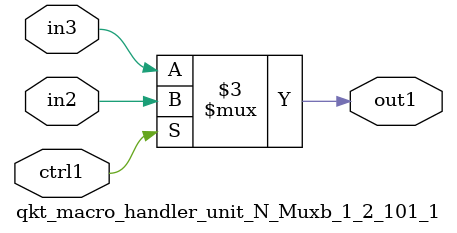
<source format=v>

`timescale 1ps / 1ps


module qkt_macro_handler_unit_N_Muxb_1_2_101_1( in3, in2, ctrl1, out1 );

    input in3;
    input in2;
    input ctrl1;
    output out1;
    reg out1;

    
    // rtl_process:qkt_macro_handler_unit_N_Muxb_1_2_101_1/qkt_macro_handler_unit_N_Muxb_1_2_101_1_thread_1
    always @*
      begin : qkt_macro_handler_unit_N_Muxb_1_2_101_1_thread_1
        case (ctrl1) 
          1'b1: 
            begin
              out1 = in2;
            end
          default: 
            begin
              out1 = in3;
            end
        endcase
      end

endmodule


</source>
